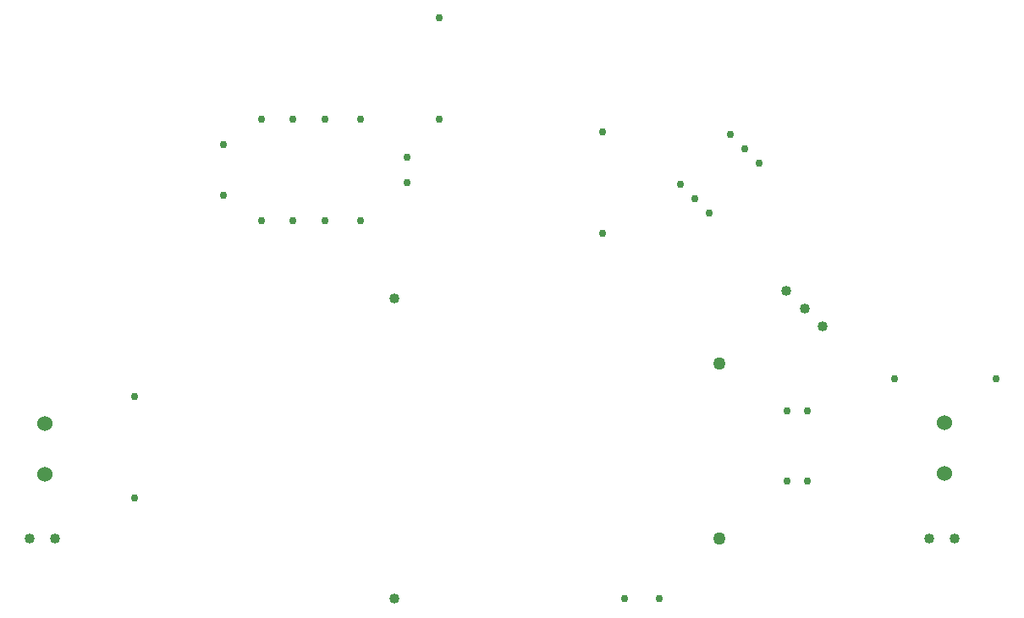
<source format=gbr>
G04 PROTEUS GERBER X2 FILE*
%TF.GenerationSoftware,Labcenter,Proteus,8.6-SP2-Build23525*%
%TF.CreationDate,2018-04-04T03:23:59+00:00*%
%TF.FileFunction,Plated,1,2,PTH*%
%TF.FilePolarity,Positive*%
%TF.Part,Single*%
%FSLAX45Y45*%
%MOMM*%
G01*
%TA.AperFunction,ComponentDrill*%
%ADD75C,1.524000*%
%TA.AperFunction,ComponentDrill*%
%ADD76C,1.016000*%
%TA.AperFunction,ComponentDrill*%
%ADD77C,1.270000*%
%ADD78C,0.762000*%
%TD.AperFunction*%
D75*
X+500000Y-758000D03*
X+500000Y-250000D03*
D76*
X+4000000Y-2000000D03*
X+4000000Y+1000000D03*
X+7920395Y+1079605D03*
X+8100000Y+900000D03*
X+8279606Y+720395D03*
D77*
X+7250000Y+350000D03*
X+7250000Y-1400000D03*
D78*
X+8128000Y-127000D03*
X+7928000Y-127000D03*
X+8128000Y-825500D03*
X+7928000Y-825500D03*
D75*
X+9500000Y-750000D03*
X+9500000Y-242000D03*
D78*
X+7643684Y+2356316D03*
X+7500000Y+2500000D03*
X+7356316Y+2643684D03*
X+6856316Y+2143684D03*
X+7000000Y+2000000D03*
X+7143684Y+1856315D03*
X+6078500Y+2673860D03*
X+6078500Y+1657860D03*
X+4127500Y+2413000D03*
X+4127500Y+2163000D03*
X+4445000Y+3810000D03*
X+4445000Y+2794000D03*
X+2667000Y+1778000D03*
X+2667000Y+2794000D03*
X+2286000Y+2032000D03*
X+2286000Y+2540000D03*
X+3656000Y+2794000D03*
X+3656000Y+1778000D03*
X+3302000Y+2794000D03*
X+3302000Y+1778000D03*
X+2984500Y+2794000D03*
X+2984500Y+1778000D03*
X+6300000Y-2000000D03*
X+6650000Y-2000000D03*
D76*
X+346000Y-1400000D03*
X+600000Y-1400000D03*
D78*
X+1400000Y-1000000D03*
X+1400000Y+16000D03*
D76*
X+9346000Y-1400000D03*
X+9600000Y-1400000D03*
D78*
X+10016000Y+200000D03*
X+9000000Y+200000D03*
M02*

</source>
